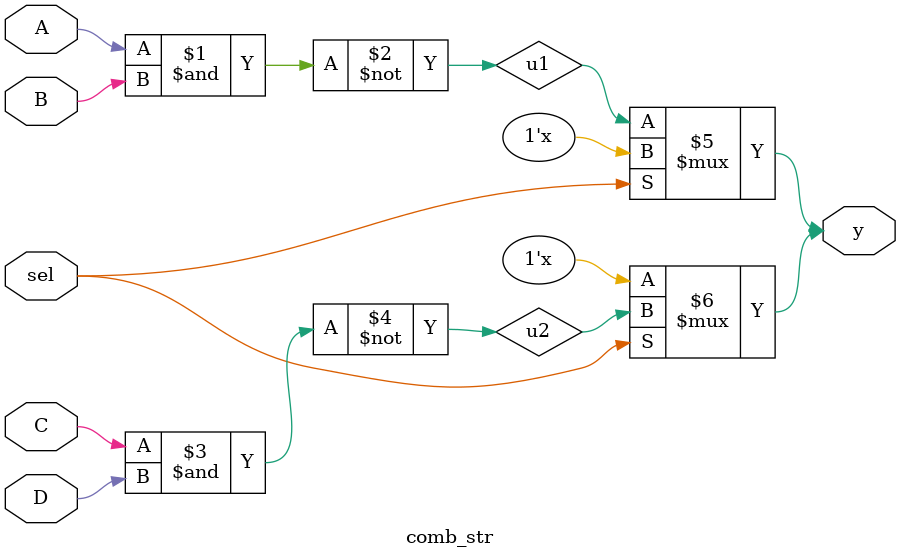
<source format=v>

`timescale 1 ns / 1 ns

module comb_str (
	output	y,
	input	sel,
	input	A, B, C, D
	
);
wire u1, u2;

nand #3 na1(u1, A, B);
nand #4 na2(u2, C, D);
bufif0 b0(y, u1, sel);
bufif1 b1(y, u2, sel);

endmodule
</source>
